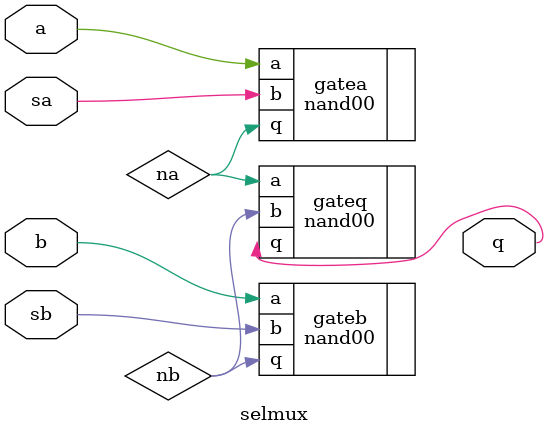
<source format=v>
`timescale 1ns/1ps

/*
2-input, 1-bit selection mux (like a mux, but "neither" is a valid input)

Truth table:
    sa  sb  q
    0   0   0
    1   0   a
    0   1   b
    1   1   a | b
*/

module selmux(
        input a,
        input b,
        input sa,
        input sb,
        output q
    );
    
    wire na, nb;

    nand00 gatea(
        .a(a),
        .b(sa),
        .q(na)
    );
    nand00 gateb(
        .a(b),
        .b(sb),
        .q(nb)
    );
    nand00 gateq(
        .a(na),
        .b(nb),
        .q(q)
    );
endmodule
</source>
